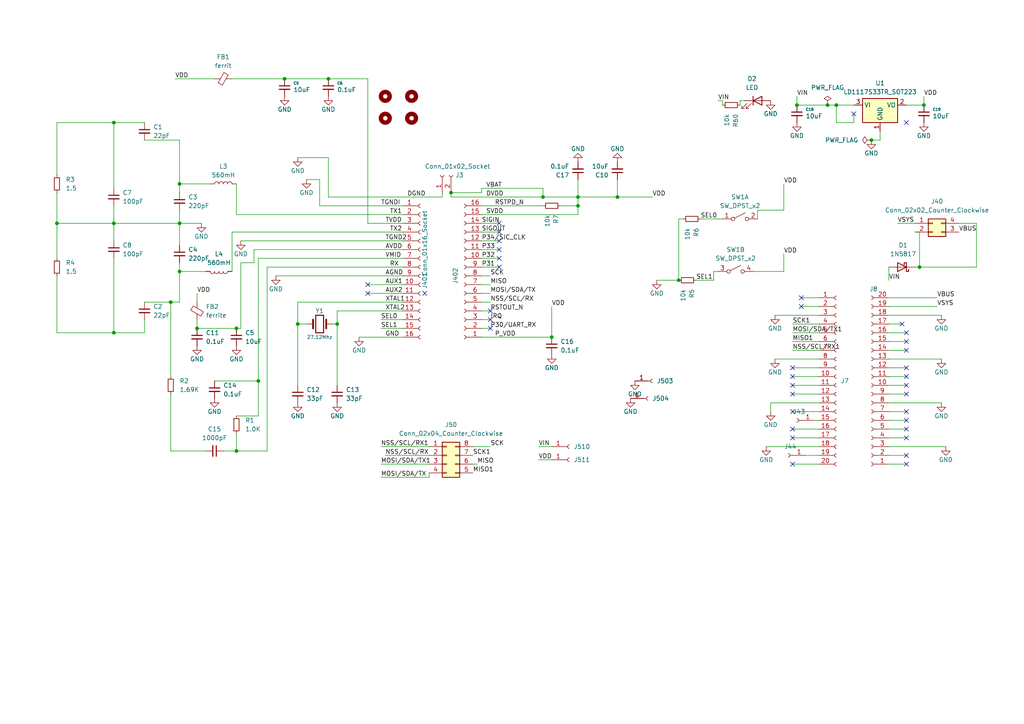
<source format=kicad_sch>
(kicad_sch (version 20230121) (generator eeschema)
  (paper "A4")
  (lib_symbols
    (symbol "Connector:Conn_01x01_Socket" (pin_names (offset 1.016) hide)
      (property "Reference" "J" (at 0 2.54 0))
      (property "Value" "Conn_01x01_Socket" (at 0 -2.54 0))
      (symbol "Conn_01x01_Socket_1_1"
        (pin passive line (at -5.08 0 0) (length 3.81) (name "Pin_1") (number "1"))
      )
    )
    (symbol "Connector:Conn_01x02_Socket" (pin_names (offset 1.016) hide)
      (property "Reference" "J" (at 0 2.54 0))
      (property "Value" "Conn_01x02_Socket" (at 0 -5.08 0))
      (symbol "Conn_01x02_Socket_1_1"
        (pin passive line (at -5.08 0 0) (length 3.81) (name "Pin_1") (number "1"))
        (pin passive line (at -5.08 -2.54 0) (length 3.81) (name "Pin_2") (number "2"))
      )
    )
    (symbol "Connector:Conn_01x16_Socket" (pin_names (offset 1.016) hide)
      (property "Reference" "J" (at 0 20.32 0))
      (property "Value" "Conn_01x16_Socket" (at 0 -22.86 0))
      (symbol "Conn_01x16_Socket_1_1"
        (pin passive line (at -5.08 17.78 0) (length 3.81) (name "Pin_1") (number "1"))
        (pin passive line (at -5.08 -5.08 0) (length 3.81) (name "Pin_10") (number "10"))
        (pin passive line (at -5.08 -7.62 0) (length 3.81) (name "Pin_11") (number "11"))
        (pin passive line (at -5.08 -10.16 0) (length 3.81) (name "Pin_12") (number "12"))
        (pin passive line (at -5.08 -12.7 0) (length 3.81) (name "Pin_13") (number "13"))
        (pin passive line (at -5.08 -15.24 0) (length 3.81) (name "Pin_14") (number "14"))
        (pin passive line (at -5.08 -17.78 0) (length 3.81) (name "Pin_15") (number "15"))
        (pin passive line (at -5.08 -20.32 0) (length 3.81) (name "Pin_16") (number "16"))
        (pin passive line (at -5.08 15.24 0) (length 3.81) (name "Pin_2") (number "2"))
        (pin passive line (at -5.08 12.7 0) (length 3.81) (name "Pin_3") (number "3"))
        (pin passive line (at -5.08 10.16 0) (length 3.81) (name "Pin_4") (number "4"))
        (pin passive line (at -5.08 7.62 0) (length 3.81) (name "Pin_5") (number "5"))
        (pin passive line (at -5.08 5.08 0) (length 3.81) (name "Pin_6") (number "6"))
        (pin passive line (at -5.08 2.54 0) (length 3.81) (name "Pin_7") (number "7"))
        (pin passive line (at -5.08 0 0) (length 3.81) (name "Pin_8") (number "8"))
        (pin passive line (at -5.08 -2.54 0) (length 3.81) (name "Pin_9") (number "9"))
      )
    )
    (symbol "Connector:Conn_01x20_Socket" (pin_names (offset 1.016) hide)
      (property "Reference" "J" (at 0 25.4 0))
      (property "Value" "Conn_01x20_Socket" (at 0 -27.94 0))
      (symbol "Conn_01x20_Socket_1_1"
        (pin passive line (at -5.08 22.86 0) (length 3.81) (name "Pin_1") (number "1"))
        (pin passive line (at -5.08 0 0) (length 3.81) (name "Pin_10") (number "10"))
        (pin passive line (at -5.08 -2.54 0) (length 3.81) (name "Pin_11") (number "11"))
        (pin passive line (at -5.08 -5.08 0) (length 3.81) (name "Pin_12") (number "12"))
        (pin passive line (at -5.08 -7.62 0) (length 3.81) (name "Pin_13") (number "13"))
        (pin passive line (at -5.08 -10.16 0) (length 3.81) (name "Pin_14") (number "14"))
        (pin passive line (at -5.08 -12.7 0) (length 3.81) (name "Pin_15") (number "15"))
        (pin passive line (at -5.08 -15.24 0) (length 3.81) (name "Pin_16") (number "16"))
        (pin passive line (at -5.08 -17.78 0) (length 3.81) (name "Pin_17") (number "17"))
        (pin passive line (at -5.08 -20.32 0) (length 3.81) (name "Pin_18") (number "18"))
        (pin passive line (at -5.08 -22.86 0) (length 3.81) (name "Pin_19") (number "19"))
        (pin passive line (at -5.08 20.32 0) (length 3.81) (name "Pin_2") (number "2"))
        (pin passive line (at -5.08 -25.4 0) (length 3.81) (name "Pin_20") (number "20"))
        (pin passive line (at -5.08 17.78 0) (length 3.81) (name "Pin_3") (number "3"))
        (pin passive line (at -5.08 15.24 0) (length 3.81) (name "Pin_4") (number "4"))
        (pin passive line (at -5.08 12.7 0) (length 3.81) (name "Pin_5") (number "5"))
        (pin passive line (at -5.08 10.16 0) (length 3.81) (name "Pin_6") (number "6"))
        (pin passive line (at -5.08 7.62 0) (length 3.81) (name "Pin_7") (number "7"))
        (pin passive line (at -5.08 5.08 0) (length 3.81) (name "Pin_8") (number "8"))
        (pin passive line (at -5.08 2.54 0) (length 3.81) (name "Pin_9") (number "9"))
      )
    )
    (symbol "Connector_Generic:Conn_02x02_Counter_Clockwise" (pin_names (offset 1.016) hide)
      (property "Reference" "J" (at 1.27 2.54 0))
      (property "Value" "Conn_02x02_Counter_Clockwise" (at 1.27 -5.08 0))
      (symbol "Conn_02x02_Counter_Clockwise_1_1"
        (pin passive line (at -5.08 0 0) (length 3.81) (name "Pin_1") (number "1"))
        (pin passive line (at -5.08 -2.54 0) (length 3.81) (name "Pin_2") (number "2"))
        (pin passive line (at 7.62 -2.54 180) (length 3.81) (name "Pin_3") (number "3"))
        (pin passive line (at 7.62 0 180) (length 3.81) (name "Pin_4") (number "4"))
      )
    )
    (symbol "Connector_Generic:Conn_02x04_Counter_Clockwise" (pin_names (offset 1.016) hide)
      (property "Reference" "J" (at 1.27 5.08 0))
      (property "Value" "Conn_02x04_Counter_Clockwise" (at 1.27 -7.62 0))
      (symbol "Conn_02x04_Counter_Clockwise_1_1"
        (pin passive line (at -5.08 2.54 0) (length 3.81) (name "Pin_1") (number "1"))
        (pin passive line (at -5.08 0 0) (length 3.81) (name "Pin_2") (number "2"))
        (pin passive line (at -5.08 -2.54 0) (length 3.81) (name "Pin_3") (number "3"))
        (pin passive line (at -5.08 -5.08 0) (length 3.81) (name "Pin_4") (number "4"))
        (pin passive line (at 7.62 -5.08 180) (length 3.81) (name "Pin_5") (number "5"))
        (pin passive line (at 7.62 -2.54 180) (length 3.81) (name "Pin_6") (number "6"))
        (pin passive line (at 7.62 0 180) (length 3.81) (name "Pin_7") (number "7"))
        (pin passive line (at 7.62 2.54 180) (length 3.81) (name "Pin_8") (number "8"))
      )
    )
    (symbol "Device:C_Small" (pin_numbers hide) (pin_names (offset 0.254) hide)
      (property "Reference" "C" (at 0.254 1.778 0))
      (property "Value" "C_Small" (at 0.254 -2.032 0))
      (symbol "C_Small_1_1"
        (pin passive line (at 0 2.54 270) (length 2.032) (name "~") (number "1"))
        (pin passive line (at 0 -2.54 90) (length 2.032) (name "~") (number "2"))
      )
    )
    (symbol "Device:Crystal" (pin_numbers hide) (pin_names (offset 1.016) hide)
      (property "Reference" "Y" (at 0 3.81 0))
      (property "Value" "Crystal" (at 0 -3.81 0))
      (symbol "Crystal_1_1"
        (pin passive line (at -3.81 0 0) (length 1.27) (name "1") (number "1"))
        (pin passive line (at 3.81 0 180) (length 1.27) (name "2") (number "2"))
      )
    )
    (symbol "Device:FerriteBead_Small" (pin_numbers hide) (pin_names (offset 0))
      (property "Reference" "FB" (at 1.905 1.27 0))
      (property "Value" "FerriteBead_Small" (at 1.905 -1.27 0))
      (symbol "FerriteBead_Small_1_1"
        (pin passive line (at 0 2.54 270) (length 1.27) (name "~") (number "1"))
        (pin passive line (at 0 -2.54 90) (length 1.27) (name "~") (number "2"))
      )
    )
    (symbol "Device:L" (pin_numbers hide) (pin_names (offset 1.016) hide)
      (property "Reference" "L" (at -1.27 0 90))
      (property "Value" "L" (at 1.905 0 90))
      (symbol "L_1_1"
        (pin passive line (at 0 3.81 270) (length 1.27) (name "1") (number "1"))
        (pin passive line (at 0 -3.81 90) (length 1.27) (name "2") (number "2"))
      )
    )
    (symbol "Device:LED" (pin_numbers hide) (pin_names (offset 1.016) hide)
      (property "Reference" "D" (at 0 2.54 0))
      (property "Value" "LED" (at 0 -2.54 0))
      (symbol "LED_1_1"
        (pin passive line (at -3.81 0 0) (length 2.54) (name "K") (number "1"))
        (pin passive line (at 3.81 0 180) (length 2.54) (name "A") (number "2"))
      )
    )
    (symbol "Device:R_Small" (pin_numbers hide) (pin_names (offset 0.254) hide)
      (property "Reference" "R" (at 0.762 0.508 0))
      (property "Value" "R_Small" (at 0.762 -1.016 0))
      (symbol "R_Small_1_1"
        (pin passive line (at 0 2.54 270) (length 0.762) (name "~") (number "1"))
        (pin passive line (at 0 -2.54 90) (length 0.762) (name "~") (number "2"))
      )
    )
    (symbol "Diode:1N5817" (pin_numbers hide) (pin_names (offset 1.016) hide)
      (property "Reference" "D" (at 0 2.54 0))
      (property "Value" "1N5817" (at 0 -2.54 0))
      (symbol "1N5817_1_1"
        (pin passive line (at -3.81 0 0) (length 2.54) (name "K") (number "1"))
        (pin passive line (at 3.81 0 180) (length 2.54) (name "A") (number "2"))
      )
    )
    (symbol "Mechanical:MountingHole" (pin_names (offset 1.016))
      (property "Reference" "H" (at 0 5.08 0))
      (property "Value" "MountingHole" (at 0 3.175 0))
    )
    (symbol "Regulator_Linear:LD1117S33TR_SOT223"
      (property "Reference" "U" (at -3.81 3.175 0))
      (property "Value" "LD1117S33TR_SOT223" (at 0 3.175 0))
      (symbol "LD1117S33TR_SOT223_1_1"
        (pin power_in line (at 0 -7.62 90) (length 2.54) (name "GND") (number "1"))
        (pin power_out line (at 7.62 0 180) (length 2.54) (name "VO") (number "2"))
        (pin power_in line (at -7.62 0 0) (length 2.54) (name "VI") (number "3"))
      )
    )
    (symbol "Switch:SW_DPST_x2" (pin_names (offset 0) hide)
      (property "Reference" "SW" (at 0 3.175 0))
      (property "Value" "SW_DPST_x2" (at 0 -2.54 0))
      (symbol "SW_DPST_x2_1_1"
        (pin passive line (at -5.08 0 0) (length 2.54) (name "A") (number "1"))
        (pin passive line (at 5.08 0 180) (length 2.54) (name "B") (number "2"))
      )
      (symbol "SW_DPST_x2_2_1"
        (pin passive line (at -5.08 0 0) (length 2.54) (name "A") (number "3"))
        (pin passive line (at 5.08 0 180) (length 2.54) (name "B") (number "4"))
      )
    )
    (symbol "power:GND" (power) (pin_names (offset 0))
      (property "Value" "GND" (at 0 -3.81 0))
      (symbol "GND_1_1"
        (pin power_in line (at 0 0 270) (length 0) hide (name "GND") (number "1"))
      )
    )
    (symbol "power:PWR_FLAG" (power) (pin_numbers hide) (pin_names (offset 0) hide)
      (property "Value" "PWR_FLAG" (at 0 3.81 0))
      (symbol "PWR_FLAG_0_0"
        (pin power_out line (at 0 0 90) (length 0) (name "pwr") (number "1"))
      )
    )
  )
  (junction (at 33.02 96.52))
  (junction (at 74.93 110.49))
  (junction (at 86.36 93.98))
  (junction (at 95.25 22.86))
  (junction (at 231.14 30.48))
  (junction (at 68.58 130.81))
  (junction (at 57.15 95.25))
  (junction (at 16.51 64.77))
  (junction (at 167.64 59.69))
  (junction (at 242.57 30.48))
  (junction (at 52.07 78.74))
  (junction (at 252.73 40.64))
  (junction (at 196.85 81.28))
  (junction (at 130.81 55.88))
  (junction (at 97.79 93.98))
  (junction (at 49.53 87.63))
  (junction (at 266.7 77.47))
  (junction (at 68.58 95.25))
  (junction (at 52.07 64.77))
  (junction (at 33.02 64.77))
  (junction (at 82.55 22.86))
  (junction (at 52.07 53.34))
  (junction (at 240.03 30.48))
  (junction (at 33.02 35.56))
  (junction (at 267.97 30.48))
  (junction (at 179.07 57.15))
  (junction (at 157.48 57.15))
  (junction (at 160.02 97.79))
  (junction (at 167.64 57.15))
  (no_connect (at 123.19 85.09))
  (no_connect (at 232.41 88.9))
  (no_connect (at 144.78 74.93))
  (no_connect (at 262.89 35.56))
  (no_connect (at 262.89 134.62))
  (no_connect (at 229.87 111.76))
  (no_connect (at 229.87 119.38))
  (no_connect (at 144.78 77.47))
  (no_connect (at 262.89 109.22))
  (no_connect (at 142.24 95.25))
  (no_connect (at 229.87 127))
  (no_connect (at 262.89 127))
  (no_connect (at 144.78 69.85))
  (no_connect (at 262.89 119.38))
  (no_connect (at 261.62 93.98))
  (no_connect (at 262.89 121.92))
  (no_connect (at 142.24 92.71))
  (no_connect (at 247.65 33.02))
  (no_connect (at 262.89 99.06))
  (no_connect (at 262.89 101.6))
  (no_connect (at 262.89 96.52))
  (no_connect (at 229.87 124.46))
  (no_connect (at 144.78 64.77))
  (no_connect (at 142.24 90.17))
  (no_connect (at 106.68 82.55))
  (no_connect (at 262.89 106.68))
  (no_connect (at 262.89 111.76))
  (no_connect (at 229.87 114.3))
  (no_connect (at 229.87 106.68))
  (no_connect (at 262.89 124.46))
  (no_connect (at 262.89 132.08))
  (no_connect (at 229.87 109.22))
  (no_connect (at 262.89 114.3))
  (no_connect (at 229.87 134.62))
  (no_connect (at 106.68 85.09))
  (no_connect (at 144.78 72.39))
  (no_connect (at 232.41 86.36))
  (no_connect (at 144.78 67.31))
  (wire (pts (xy 267.97 27.94) (xy 267.97 30.48)))
  (wire (pts (xy 67.31 67.31) (xy 116.84 67.31)))
  (wire (pts (xy 41.91 92.71) (xy 41.91 96.52)))
  (wire (pts (xy 240.03 30.48) (xy 242.57 30.48)))
  (wire (pts (xy 111.76 132.08) (xy 124.46 132.08)))
  (wire (pts (xy 198.12 63.5) (xy 196.85 63.5)))
  (wire (pts (xy 57.15 92.71) (xy 57.15 95.25)))
  (wire (pts (xy 265.43 67.31) (xy 266.7 67.31)))
  (wire (pts (xy 209.55 29.21) (xy 208.28 29.21)))
  (wire (pts (xy 257.81 93.98) (xy 261.62 93.98)))
  (wire (pts (xy 110.49 95.25) (xy 116.84 95.25)))
  (wire (pts (xy 229.87 111.76) (xy 237.49 111.76)))
  (wire (pts (xy 229.87 93.98) (xy 237.49 93.98)))
  (wire (pts (xy 128.27 57.15) (xy 95.25 57.15)))
  (wire (pts (xy 50.8 22.86) (xy 62.23 22.86)))
  (wire (pts (xy 130.81 55.88) (xy 139.7 55.88)))
  (wire (pts (xy 139.7 74.93) (xy 144.78 74.93)))
  (wire (pts (xy 209.55 30.48) (xy 209.55 29.21)))
  (wire (pts (xy 52.07 60.96) (xy 52.07 64.77)))
  (wire (pts (xy 106.68 82.55) (xy 116.84 82.55)))
  (wire (pts (xy 52.07 78.74) (xy 52.07 87.63)))
  (wire (pts (xy 229.87 106.68) (xy 237.49 106.68)))
  (wire (pts (xy 128.27 55.88) (xy 128.27 57.15)))
  (wire (pts (xy 57.15 95.25) (xy 68.58 95.25)))
  (wire (pts (xy 139.7 62.23) (xy 167.64 62.23)))
  (wire (pts (xy 257.81 96.52) (xy 262.89 96.52)))
  (wire (pts (xy 86.36 45.72) (xy 95.25 45.72)))
  (wire (pts (xy 167.64 59.69) (xy 162.56 59.69)))
  (wire (pts (xy 157.48 54.61) (xy 157.48 57.15)))
  (wire (pts (xy 257.81 91.44) (xy 273.05 91.44)))
  (wire (pts (xy 137.16 134.62) (xy 138.43 134.62)))
  (wire (pts (xy 73.66 72.39) (xy 116.84 72.39)))
  (wire (pts (xy 242.57 30.48) (xy 247.65 30.48)))
  (wire (pts (xy 157.48 57.15) (xy 167.64 57.15)))
  (wire (pts (xy 257.81 88.9) (xy 271.78 88.9)))
  (wire (pts (xy 88.9 93.98) (xy 86.36 93.98)))
  (wire (pts (xy 257.81 121.92) (xy 262.89 121.92)))
  (wire (pts (xy 110.49 134.62) (xy 124.46 134.62)))
  (wire (pts (xy 69.85 69.85) (xy 116.84 69.85)))
  (wire (pts (xy 218.44 78.74) (xy 227.33 78.74)))
  (wire (pts (xy 232.41 86.36) (xy 237.49 86.36)))
  (wire (pts (xy 41.91 40.64) (xy 52.07 40.64)))
  (wire (pts (xy 156.21 133.35) (xy 160.02 133.35)))
  (wire (pts (xy 247.65 35.56) (xy 247.65 33.02)))
  (wire (pts (xy 106.68 85.09) (xy 116.84 85.09)))
  (wire (pts (xy 229.87 99.06) (xy 237.49 99.06)))
  (wire (pts (xy 203.2 63.5) (xy 209.55 63.5)))
  (wire (pts (xy 69.85 76.2) (xy 69.85 95.25)))
  (wire (pts (xy 106.68 22.86) (xy 106.68 64.77)))
  (wire (pts (xy 139.7 80.01) (xy 142.24 80.01)))
  (wire (pts (xy 219.71 60.96) (xy 227.33 60.96)))
  (wire (pts (xy 33.02 96.52) (xy 33.02 74.93)))
  (wire (pts (xy 257.81 111.76) (xy 262.89 111.76)))
  (wire (pts (xy 179.07 52.07) (xy 179.07 57.15)))
  (wire (pts (xy 73.66 72.39) (xy 73.66 76.2)))
  (wire (pts (xy 224.79 104.14) (xy 237.49 104.14)))
  (wire (pts (xy 139.7 54.61) (xy 157.48 54.61)))
  (wire (pts (xy 97.79 93.98) (xy 96.52 93.98)))
  (wire (pts (xy 124.46 138.43) (xy 124.46 137.16)))
  (wire (pts (xy 207.01 81.28) (xy 201.93 81.28)))
  (wire (pts (xy 110.49 129.54) (xy 124.46 129.54)))
  (wire (pts (xy 139.7 87.63) (xy 142.24 87.63)))
  (wire (pts (xy 74.93 120.65) (xy 74.93 110.49)))
  (wire (pts (xy 231.14 27.94) (xy 231.14 30.48)))
  (wire (pts (xy 232.41 88.9) (xy 237.49 88.9)))
  (wire (pts (xy 68.58 130.81) (xy 77.47 130.81)))
  (wire (pts (xy 82.55 22.86) (xy 95.25 22.86)))
  (wire (pts (xy 229.87 114.3) (xy 237.49 114.3)))
  (wire (pts (xy 227.33 53.34) (xy 227.33 60.96)))
  (wire (pts (xy 266.7 67.31) (xy 266.7 77.47)))
  (wire (pts (xy 156.21 129.54) (xy 160.02 129.54)))
  (wire (pts (xy 215.9 29.21) (xy 214.63 29.21)))
  (wire (pts (xy 252.73 40.64) (xy 255.27 40.64)))
  (wire (pts (xy 257.81 99.06) (xy 262.89 99.06)))
  (wire (pts (xy 52.07 64.77) (xy 58.42 64.77)))
  (wire (pts (xy 260.35 64.77) (xy 265.43 64.77)))
  (wire (pts (xy 33.02 64.77) (xy 33.02 69.85)))
  (wire (pts (xy 167.64 52.07) (xy 167.64 57.15)))
  (wire (pts (xy 223.52 116.84) (xy 223.52 119.38)))
  (wire (pts (xy 86.36 87.63) (xy 86.36 93.98)))
  (wire (pts (xy 77.47 77.47) (xy 116.84 77.47)))
  (wire (pts (xy 257.81 77.47) (xy 257.81 81.28)))
  (wire (pts (xy 86.36 87.63) (xy 116.84 87.63)))
  (wire (pts (xy 196.85 63.5) (xy 196.85 81.28)))
  (wire (pts (xy 229.87 119.38) (xy 237.49 119.38)))
  (wire (pts (xy 139.7 77.47) (xy 144.78 77.47)))
  (wire (pts (xy 97.79 111.76) (xy 97.79 93.98)))
  (wire (pts (xy 139.7 95.25) (xy 142.24 95.25)))
  (wire (pts (xy 68.58 130.81) (xy 64.77 130.81)))
  (wire (pts (xy 49.53 87.63) (xy 49.53 109.22)))
  (wire (pts (xy 257.81 114.3) (xy 262.89 114.3)))
  (wire (pts (xy 229.87 109.22) (xy 237.49 109.22)))
  (wire (pts (xy 59.69 130.81) (xy 49.53 130.81)))
  (wire (pts (xy 33.02 64.77) (xy 52.07 64.77)))
  (wire (pts (xy 73.66 76.2) (xy 69.85 76.2)))
  (wire (pts (xy 139.7 72.39) (xy 144.78 72.39)))
  (wire (pts (xy 219.71 60.96) (xy 219.71 63.5)))
  (wire (pts (xy 223.52 116.84) (xy 237.49 116.84)))
  (wire (pts (xy 233.68 132.08) (xy 237.49 132.08)))
  (wire (pts (xy 92.71 59.69) (xy 116.84 59.69)))
  (wire (pts (xy 242.57 35.56) (xy 247.65 35.56)))
  (wire (pts (xy 222.25 129.54) (xy 237.49 129.54)))
  (wire (pts (xy 16.51 96.52) (xy 33.02 96.52)))
  (wire (pts (xy 104.14 97.79) (xy 116.84 97.79)))
  (wire (pts (xy 139.7 59.69) (xy 157.48 59.69)))
  (wire (pts (xy 74.93 110.49) (xy 62.23 110.49)))
  (wire (pts (xy 41.91 35.56) (xy 33.02 35.56)))
  (wire (pts (xy 130.81 57.15) (xy 130.81 55.88)))
  (wire (pts (xy 227.33 73.66) (xy 227.33 78.74)))
  (wire (pts (xy 130.81 57.15) (xy 157.48 57.15)))
  (wire (pts (xy 207.01 78.74) (xy 207.01 81.28)))
  (wire (pts (xy 257.81 124.46) (xy 262.89 124.46)))
  (wire (pts (xy 255.27 38.1) (xy 255.27 40.64)))
  (wire (pts (xy 68.58 62.23) (xy 116.84 62.23)))
  (wire (pts (xy 95.25 22.86) (xy 106.68 22.86)))
  (wire (pts (xy 257.81 106.68) (xy 262.89 106.68)))
  (wire (pts (xy 97.79 93.98) (xy 97.79 90.17)))
  (wire (pts (xy 139.7 64.77) (xy 144.78 64.77)))
  (wire (pts (xy 257.81 129.54) (xy 274.32 129.54)))
  (wire (pts (xy 52.07 40.64) (xy 52.07 53.34)))
  (wire (pts (xy 68.58 53.34) (xy 68.58 62.23)))
  (wire (pts (xy 68.58 125.73) (xy 68.58 130.81)))
  (wire (pts (xy 229.87 101.6) (xy 237.49 101.6)))
  (wire (pts (xy 139.7 97.79) (xy 160.02 97.79)))
  (wire (pts (xy 214.63 29.21) (xy 214.63 30.48)))
  (wire (pts (xy 257.81 134.62) (xy 262.89 134.62)))
  (wire (pts (xy 167.64 57.15) (xy 179.07 57.15)))
  (wire (pts (xy 52.07 53.34) (xy 52.07 55.88)))
  (wire (pts (xy 67.31 22.86) (xy 82.55 22.86)))
  (wire (pts (xy 278.13 64.77) (xy 283.21 64.77)))
  (wire (pts (xy 110.49 92.71) (xy 116.84 92.71)))
  (wire (pts (xy 229.87 134.62) (xy 237.49 134.62)))
  (wire (pts (xy 283.21 64.77) (xy 283.21 77.47)))
  (wire (pts (xy 236.22 121.92) (xy 237.49 121.92)))
  (wire (pts (xy 67.31 78.74) (xy 67.31 67.31)))
  (wire (pts (xy 52.07 78.74) (xy 59.69 78.74)))
  (wire (pts (xy 52.07 76.2) (xy 52.07 78.74)))
  (wire (pts (xy 68.58 120.65) (xy 74.93 120.65)))
  (wire (pts (xy 16.51 50.8) (xy 16.51 35.56)))
  (wire (pts (xy 139.7 67.31) (xy 144.78 67.31)))
  (wire (pts (xy 257.81 119.38) (xy 262.89 119.38)))
  (wire (pts (xy 139.7 90.17) (xy 142.24 90.17)))
  (wire (pts (xy 139.7 69.85) (xy 144.78 69.85)))
  (wire (pts (xy 74.93 74.93) (xy 74.93 110.49)))
  (wire (pts (xy 16.51 80.01) (xy 16.51 96.52)))
  (wire (pts (xy 257.81 127) (xy 262.89 127)))
  (wire (pts (xy 86.36 93.98) (xy 86.36 111.76)))
  (wire (pts (xy 41.91 87.63) (xy 49.53 87.63)))
  (wire (pts (xy 257.81 101.6) (xy 262.89 101.6)))
  (wire (pts (xy 283.21 77.47) (xy 266.7 77.47)))
  (wire (pts (xy 77.47 77.47) (xy 77.47 130.81)))
  (wire (pts (xy 116.84 64.77) (xy 106.68 64.77)))
  (wire (pts (xy 49.53 87.63) (xy 52.07 87.63)))
  (wire (pts (xy 52.07 64.77) (xy 52.07 71.12)))
  (wire (pts (xy 257.81 104.14) (xy 273.05 104.14)))
  (wire (pts (xy 179.07 57.15) (xy 189.23 57.15)))
  (wire (pts (xy 16.51 55.88) (xy 16.51 64.77)))
  (wire (pts (xy 229.87 96.52) (xy 237.49 96.52)))
  (wire (pts (xy 207.01 78.74) (xy 208.28 78.74)))
  (wire (pts (xy 139.7 82.55) (xy 142.24 82.55)))
  (wire (pts (xy 257.81 132.08) (xy 262.89 132.08)))
  (wire (pts (xy 16.51 64.77) (xy 33.02 64.77)))
  (wire (pts (xy 262.89 30.48) (xy 267.97 30.48)))
  (wire (pts (xy 160.02 88.9) (xy 160.02 97.79)))
  (wire (pts (xy 139.7 54.61) (xy 139.7 55.88)))
  (wire (pts (xy 224.79 91.44) (xy 237.49 91.44)))
  (wire (pts (xy 167.64 57.15) (xy 167.64 59.69)))
  (wire (pts (xy 41.91 96.52) (xy 33.02 96.52)))
  (wire (pts (xy 33.02 59.69) (xy 33.02 64.77)))
  (wire (pts (xy 60.96 53.34) (xy 52.07 53.34)))
  (wire (pts (xy 57.15 85.09) (xy 57.15 87.63)))
  (wire (pts (xy 139.7 92.71) (xy 142.24 92.71)))
  (wire (pts (xy 49.53 130.81) (xy 49.53 114.3)))
  (wire (pts (xy 74.93 74.93) (xy 116.84 74.93)))
  (wire (pts (xy 242.57 30.48) (xy 242.57 35.56)))
  (wire (pts (xy 229.87 124.46) (xy 237.49 124.46)))
  (wire (pts (xy 97.79 90.17) (xy 116.84 90.17)))
  (wire (pts (xy 88.9 52.07) (xy 92.71 52.07)))
  (wire (pts (xy 231.14 30.48) (xy 240.03 30.48)))
  (wire (pts (xy 167.64 62.23) (xy 167.64 59.69)))
  (wire (pts (xy 142.24 129.54) (xy 137.16 129.54)))
  (wire (pts (xy 68.58 95.25) (xy 69.85 95.25)))
  (wire (pts (xy 16.51 35.56) (xy 33.02 35.56)))
  (wire (pts (xy 229.87 127) (xy 237.49 127)))
  (wire (pts (xy 139.7 85.09) (xy 142.24 85.09)))
  (wire (pts (xy 95.25 45.72) (xy 95.25 57.15)))
  (wire (pts (xy 80.01 80.01) (xy 116.84 80.01)))
  (wire (pts (xy 33.02 35.56) (xy 33.02 54.61)))
  (wire (pts (xy 257.81 86.36) (xy 271.78 86.36)))
  (wire (pts (xy 16.51 64.77) (xy 16.51 74.93)))
  (wire (pts (xy 110.49 138.43) (xy 124.46 138.43)))
  (wire (pts (xy 257.81 116.84) (xy 273.05 116.84)))
  (wire (pts (xy 257.81 109.22) (xy 262.89 109.22)))
  (wire (pts (xy 92.71 52.07) (xy 92.71 59.69)))
  (wire (pts (xy 190.5 81.28) (xy 196.85 81.28)))
  (wire (pts (xy 265.43 77.47) (xy 266.7 77.47)))
  (label "VSYS" (at 260.35 64.77 0))
  (label "DGND" (at 118.11 57.15 0))
  (label "SEL0" (at 203.2 63.5 0))
  (label "GND" (at 111.76 97.79 0))
  (label "VDD" (at 227.33 73.66 0))
  (label "P32" (at 139.7 74.93 0))
  (label "MOSI{slash}SDA{slash}TX" (at 110.49 138.43 0))
  (label "TGNDI" (at 110.49 59.69 0))
  (label "SCK1" (at 137.16 132.08 0))
  (label "AVDD" (at 111.76 72.39 0))
  (label "AUX2" (at 111.76 85.09 0))
  (label "TGND2" (at 111.76 69.85 0))
  (label "P33" (at 139.7 72.39 0))
  (label "SCK" (at 142.24 129.54 0))
  (label "NSS{slash}SCL{slash}RX1" (at 110.49 129.54 0))
  (label "TX1" (at 113.03 62.23 0))
  (label "NSS{slash}SCL{slash}RX1" (at 229.87 101.6 0))
  (label "VDD" (at 227.33 53.34 0))
  (label "VBUS" (at 278.13 67.31 0))
  (label "AUX1" (at 111.76 82.55 0))
  (label "NSS{slash}SCL{slash}RX" (at 111.76 132.08 0))
  (label "P_VDD" (at 143.51 97.79 0))
  (label "P34{slash}SIC_CLK" (at 139.7 69.85 0))
  (label "P31" (at 139.7 77.47 0))
  (label "VMID" (at 111.76 74.93 0))
  (label "RX" (at 113.03 77.47 0))
  (label "SEL1" (at 110.49 95.25 0))
  (label "XTAL2" (at 111.76 90.17 0))
  (label "MOSI{slash}SDA{slash}TX1" (at 229.87 96.52 0))
  (label "SVDD" (at 140.97 62.23 0))
  (label "VSYS" (at 271.78 88.9 0))
  (label "MISO" (at 138.43 134.62 0))
  (label "MISO1" (at 229.87 99.06 0))
  (label "VDD" (at 50.8 22.86 0))
  (label "SCK1" (at 229.87 93.98 0))
  (label "VDD" (at 156.21 133.35 0))
  (label "VDD" (at 160.02 88.9 0))
  (label "TX2" (at 113.03 67.31 0))
  (label "VIN" (at 231.14 27.94 0))
  (label "P30{slash}UART_RX" (at 142.24 95.25 0))
  (label "VIN" (at 208.28 29.21 0))
  (label "SIGOUT" (at 139.7 67.31 0))
  (label "MISO" (at 142.24 82.55 0))
  (label "AGND" (at 111.76 80.01 0))
  (label "RSTOUT_N" (at 142.24 90.17 0))
  (label "IRQ" (at 142.24 92.71 0))
  (label "SCK" (at 142.24 80.01 0))
  (label "MOSI{slash}SDA{slash}TX" (at 142.24 85.09 0))
  (label "VDD" (at 189.23 57.15 0))
  (label "MISO1" (at 137.16 137.16 0))
  (label "XTAL1" (at 111.76 87.63 0))
  (label "VBAT" (at 140.97 54.61 0))
  (label "NSS{slash}SCL{slash}RX" (at 142.24 87.63 0))
  (label "DVDD" (at 140.97 57.15 0))
  (label "VIN" (at 257.81 81.28 0))
  (label "SEL0" (at 110.49 92.71 0))
  (label "VDD" (at 57.15 85.09 0))
  (label "VIN" (at 156.21 129.54 0))
  (label "SIGIN" (at 139.7 64.77 0))
  (label "MOSI{slash}SDA{slash}TX1" (at 110.49 134.62 0))
  (label "SEL1" (at 201.93 81.28 0))
  (label "VBUS" (at 271.78 86.36 0))
  (label "VDD" (at 267.97 27.94 0))
  (label "RSTPD_N" (at 143.51 59.69 0))
  (label "TVDD" (at 111.76 64.77 0))
  (symbol (lib_id "Connector:Conn_01x20_Socket") (at 242.57 109.22 0) (unit 1)
    (property "Reference" "J7" (at 243.84 110.49 0) (effects (justify left)))
    (property "Value" "Conn_01x20_Socket" (effects hide))
    (property "Footprint" "Connector_PinSocket_2.54mm:PinSocket_1x20_P2.54mm_Vertical" (effects hide))
  )
  (symbol (lib_id "power:GND") (at 273.05 116.84 0) (unit 1)
    (property "Reference" "#PWR027" (effects hide))
    (property "Value" "GND" (at 273.05 120.65 0))
  )
  (symbol (lib_id "power:GND") (at 190.5 81.28 0) (unit 1)
    (property "Reference" "#PWR023" (effects hide))
    (property "Value" "GND" (at 190.5 85.09 0))
  )
  (symbol (lib_id "Device:R_Small") (at 16.51 53.34 0) (unit 1)
    (property "Reference" "R3" (at 19.05 52.07 0) (effects (justify left)))
    (property "Value" "1.5" (at 19.05 54.61 0) (effects (justify left)))
    (property "Footprint" "Resistor_SMD:R_1206_3216Metric_Pad1.30x1.75mm_HandSolder" (effects hide))
  )
  (symbol (lib_id "Device:R_Small") (at 16.51 77.47 0) (unit 1)
    (property "Reference" "R4" (at 19.05 76.2 0) (effects (justify left)))
    (property "Value" "1.5" (at 19.05 78.74 0) (effects (justify left)))
    (property "Footprint" "Resistor_SMD:R_1206_3216Metric_Pad1.30x1.75mm_HandSolder" (effects hide))
  )
  (symbol (lib_id "power:GND") (at 184.15 110.49 0) (unit 1)
    (property "Reference" "#PWR030" (effects hide))
    (property "Value" "GND" (at 184.15 114.3 0))
  )
  (symbol (lib_id "Device:R_Small") (at 200.66 63.5 270) (unit 1)
    (property "Reference" "R6" (at 201.93 66.04 0) (effects (justify left)))
    (property "Value" "10k" (at 199.39 66.04 0) (effects (justify left)))
    (property "Footprint" "Resistor_SMD:R_0805_2012Metric_Pad1.20x1.40mm_HandSolder" (effects hide))
  )
  (symbol (lib_id "Device:L") (at 64.77 53.34 90) (unit 1)
    (property "Reference" "L3" (at 64.77 48.26 90))
    (property "Value" "560mH" (at 64.77 50.8 90))
    (property "Footprint" "Inductor_SMD:L_0603_1608Metric_Pad1.05x0.95mm_HandSolder" (effects hide))
  )
  (symbol (lib_id "Device:Crystal") (at 92.71 93.98 0) (unit 1)
    (property "Reference" "Y1" (at 92.71 90.17 0))
    (property "Value" "27.12Mhz" (at 92.71 97.79 0) (effects (font (size 1.016 1.016))))
    (property "Footprint" "Crystal:Crystal_HC49-U_Vertical" (effects hide))
  )
  (symbol (lib_id "power:GND") (at 231.14 35.56 0) (unit 1)
    (property "Reference" "#PWR017" (effects hide))
    (property "Value" "GND" (at 231.14 39.37 0))
  )
  (symbol (lib_id "power:GND") (at 62.23 115.57 0) (unit 1)
    (property "Reference" "#PWR09" (effects hide))
    (property "Value" "GND" (at 62.23 119.38 0))
  )
  (symbol (lib_id "power:GND") (at 223.52 29.21 0) (unit 1)
    (property "Reference" "#PWR020" (effects hide))
    (property "Value" "GND" (at 223.52 33.02 0))
  )
  (symbol (lib_id "Device:R_Small") (at 49.53 111.76 0) (unit 1)
    (property "Reference" "R2" (at 52.07 110.49 0) (effects (justify left)))
    (property "Value" "1.69K" (at 52.07 113.03 0) (effects (justify left)))
    (property "Footprint" "Resistor_SMD:R_1206_3216Metric_Pad1.30x1.75mm_HandSolder" (effects hide))
  )
  (symbol (lib_id "power:GND") (at 273.05 104.14 0) (unit 1)
    (property "Reference" "#PWR028" (effects hide))
    (property "Value" "GND" (at 273.05 107.95 0))
  )
  (symbol (lib_id "Device:C_Small") (at 95.25 25.4 0) (unit 1)
    (property "Reference" "C6" (at 97.79 24.1362 0) (effects (font (size 0.762 0.762)) (justify left)))
    (property "Value" "0.1uF" (at 97.79 26.0413 0) (effects (justify left)))
    (property "Footprint" "Capacitor_SMD:C_1206_3216Metric_Pad1.33x1.80mm_HandSolder" (effects hide))
  )
  (symbol (lib_id "Device:C_Small") (at 52.07 73.66 0) (unit 1)
    (property "Reference" "C4" (at 54.61 72.3963 0) (effects (justify left)))
    (property "Value" "220pF" (at 54.61 74.9363 0) (effects (justify left)))
    (property "Footprint" "Capacitor_SMD:C_1206_3216Metric_Pad1.33x1.80mm_HandSolder" (effects hide))
  )
  (symbol (lib_id "power:GND") (at 267.97 35.56 0) (unit 1)
    (property "Reference" "#PWR019" (effects hide))
    (property "Value" "GND" (at 267.97 39.37 0))
  )
  (symbol (lib_id "Device:C_Small") (at 68.58 97.79 0) (unit 1)
    (property "Reference" "C5" (at 71.12 96.5263 0) (effects (justify left)))
    (property "Value" "10uF" (at 71.12 99.0663 0) (effects (justify left)))
    (property "Footprint" "Capacitor_SMD:C_1206_3216Metric_Pad1.33x1.80mm_HandSolder" (effects hide))
  )
  (symbol (lib_id "power:GND") (at 69.85 69.85 0) (unit 1)
    (property "Reference" "#PWR06" (effects hide))
    (property "Value" "GND" (at 69.85 73.66 0))
  )
  (symbol (lib_id "power:GND") (at 182.88 115.57 0) (unit 1)
    (property "Reference" "#PWR031" (effects hide))
    (property "Value" "GND" (at 182.88 119.38 0))
  )
  (symbol (lib_id "Connector:Conn_01x01_Socket") (at 228.6 132.08 180) (unit 1)
    (property "Reference" "J44" (at 229.235 129.54 0))
    (property "Value" "Conn_01x01_Socket" (effects hide))
    (property "Footprint" "Connector_PinSocket_2.54mm:PinSocket_1x01_P2.54mm_Vertical" (effects hide))
  )
  (symbol (lib_id "Device:C_Small") (at 86.36 114.3 0) (unit 1)
    (property "Reference" "C12" (at 88.9 113.0363 0) (effects (justify left)))
    (property "Value" "33pF" (at 88.9 115.5763 0) (effects (justify left)))
    (property "Footprint" "Capacitor_SMD:C_1206_3216Metric_Pad1.33x1.80mm_HandSolder" (effects hide))
  )
  (symbol (lib_id "Device:C_Small") (at 160.02 100.33 0) (unit 1)
    (property "Reference" "C16" (at 162.56 99.0663 0) (effects (justify left)))
    (property "Value" "0.1uF" (at 162.56 101.6063 0) (effects (justify left)))
    (property "Footprint" "Capacitor_SMD:C_1206_3216Metric_Pad1.33x1.80mm_HandSolder" (effects hide))
  )
  (symbol (lib_id "power:PWR_FLAG") (at 252.73 40.64 90) (unit 1)
    (property "Reference" "#FLG02" (effects hide))
    (property "Value" "PWR_FLAG" (at 248.92 40.64 90) (effects (justify left)))
  )
  (symbol (lib_id "Device:FerriteBead_Small") (at 57.15 90.17 180) (unit 1)
    (property "Reference" "FB2" (at 59.69 88.9381 0) (effects (justify right)))
    (property "Value" "ferrite" (at 59.69 91.4781 0) (effects (justify right)))
    (property "Footprint" "Inductor_SMD:L_0805_2012Metric_Pad1.05x1.20mm_HandSolder" (effects hide))
  )
  (symbol (lib_id "power:GND") (at 88.9 52.07 0) (unit 1)
    (property "Reference" "#PWR02" (effects hide))
    (property "Value" "GND" (at 88.9 55.88 0))
  )
  (symbol (lib_id "Device:C_Small") (at 231.14 33.02 0) (unit 1)
    (property "Reference" "C18" (at 233.68 31.7562 0) (effects (font (size 0.762 0.762)) (justify left)))
    (property "Value" "10uF" (at 233.68 33.6613 0) (effects (justify left)))
    (property "Footprint" "Capacitor_SMD:C_1206_3216Metric_Pad1.33x1.80mm_HandSolder" (effects hide))
  )
  (symbol (lib_id "power:GND") (at 86.36 45.72 0) (unit 1)
    (property "Reference" "#PWR01" (effects hide))
    (property "Value" "GND" (at 86.36 49.53 0))
  )
  (symbol (lib_id "Device:C_Small") (at 97.79 114.3 0) (unit 1)
    (property "Reference" "C13" (at 100.33 113.0363 0) (effects (justify left)))
    (property "Value" "33pF" (at 100.33 115.5763 0) (effects (justify left)))
    (property "Footprint" "Capacitor_SMD:C_1206_3216Metric_Pad1.33x1.80mm_HandSolder" (effects hide))
  )
  (symbol (lib_id "Mechanical:MountingHole") (at 119.38 27.94 0) (unit 1)
    (property "Reference" "H2" (effects hide))
    (property "Value" "MountingHole" (effects hide))
    (property "Footprint" "MountingHole:MountingHole_2.5mm" (effects hide))
  )
  (symbol (lib_id "Connector:Conn_01x01_Socket") (at 165.1 129.54 0) (unit 1)
    (property "Reference" "J510" (at 166.37 129.54 0) (effects (justify left)))
    (property "Value" "Conn_01x01_Socket" (effects hide))
    (property "Footprint" "Connector_PinSocket_2.54mm:PinSocket_1x01_P2.54mm_Vertical" (effects hide))
  )
  (symbol (lib_id "Device:C_Small") (at 179.07 49.53 180) (unit 1)
    (property "Reference" "C10" (at 176.53 50.7937 0) (effects (justify left)))
    (property "Value" "10uF" (at 176.53 48.2537 0) (effects (justify left)))
    (property "Footprint" "Capacitor_SMD:C_1206_3216Metric_Pad1.33x1.80mm_HandSolder" (effects hide))
  )
  (symbol (lib_id "Switch:SW_DPST_x2") (at 213.36 78.74 0) (unit 2)
    (property "Reference" "SW1" (at 213.36 72.39 0))
    (property "Value" "SW_DPST_x2" (at 213.36 74.93 0))
    (property "Footprint" "Button_Switch_THT:SW_DIP_SPSTx02_Slide_6.7x6.64mm_W7.62mm_P2.54mm_LowProfile" (effects hide))
  )
  (symbol (lib_id "power:GND") (at 222.25 129.54 0) (unit 1)
    (property "Reference" "#PWR022" (effects hide))
    (property "Value" "GND" (at 222.25 133.35 0))
  )
  (symbol (lib_id "Device:R_Small") (at 68.58 123.19 0) (unit 1)
    (property "Reference" "R1" (at 71.12 121.92 0) (effects (justify left)))
    (property "Value" "1.0K" (at 71.12 124.46 0) (effects (justify left)))
    (property "Footprint" "Resistor_SMD:R_1206_3216Metric_Pad1.30x1.75mm_HandSolder" (effects hide))
  )
  (symbol (lib_id "Device:C_Small") (at 41.91 38.1 0) (unit 1)
    (property "Reference" "C1" (at 44.45 36.8363 0) (effects (justify left)))
    (property "Value" "22pF" (at 44.45 39.3763 0) (effects (justify left)))
    (property "Footprint" "Capacitor_SMD:C_1206_3216Metric_Pad1.33x1.80mm_HandSolder" (effects hide))
  )
  (symbol (lib_id "power:GND") (at 68.58 100.33 0) (unit 1)
    (property "Reference" "#PWR07" (effects hide))
    (property "Value" "GND" (at 68.58 104.14 0))
  )
  (symbol (lib_id "Device:C_Small") (at 62.23 130.81 270) (unit 1)
    (property "Reference" "C15" (at 62.2236 124.46 90))
    (property "Value" "1000pF" (at 62.2236 127 90))
    (property "Footprint" "Capacitor_SMD:C_1206_3216Metric_Pad1.33x1.80mm_HandSolder" (effects hide))
  )
  (symbol (lib_id "Mechanical:MountingHole") (at 111.76 34.29 0) (unit 1)
    (property "Reference" "H4" (effects hide))
    (property "Value" "MountingHole" (effects hide))
    (property "Footprint" "MountingHole:MountingHole_2.5mm" (effects hide))
  )
  (symbol (lib_id "power:GND") (at 224.79 104.14 0) (unit 1)
    (property "Reference" "#PWR025" (effects hide))
    (property "Value" "GND" (at 224.79 107.95 0))
  )
  (symbol (lib_id "power:GND") (at 57.15 100.33 0) (unit 1)
    (property "Reference" "#PWR08" (effects hide))
    (property "Value" "GND" (at 57.15 104.14 0))
  )
  (symbol (lib_id "Device:R_Small") (at 212.09 30.48 270) (unit 1)
    (property "Reference" "R60" (at 213.36 33.02 0) (effects (justify left)))
    (property "Value" "10k" (at 210.82 33.02 0) (effects (justify left)))
    (property "Footprint" "Resistor_SMD:R_0805_2012Metric_Pad1.20x1.40mm_HandSolder" (effects hide))
  )
  (symbol (lib_id "Diode:1N5817") (at 261.62 77.47 180) (unit 1)
    (property "Reference" "D1" (at 261.9375 71.12 0))
    (property "Value" "1N5817" (at 261.9375 73.66 0))
    (property "Footprint" "Diode_THT:D_DO-41_SOD81_P10.16mm_Horizontal" (effects hide))
    (property "Datasheet" "http://www.vishay.com/docs/88525/1n5817.pdf" (effects hide))
  )
  (symbol (lib_id "Device:C_Small") (at 57.15 97.79 0) (unit 1)
    (property "Reference" "C11" (at 59.69 96.5263 0) (effects (justify left)))
    (property "Value" "0.1uF" (at 59.69 99.0663 0) (effects (justify left)))
    (property "Footprint" "Capacitor_SMD:C_1206_3216Metric_Pad1.33x1.80mm_HandSolder" (effects hide))
  )
  (symbol (lib_id "power:GND") (at 179.07 46.99 180) (unit 1)
    (property "Reference" "#PWR015" (effects hide))
    (property "Value" "GND" (at 179.07 43.18 0))
  )
  (symbol (lib_id "power:GND") (at 95.25 27.94 0) (unit 1)
    (property "Reference" "#PWR03" (effects hide))
    (property "Value" "GND" (at 95.25 31.75 0))
  )
  (symbol (lib_id "Device:C_Small") (at 167.64 49.53 180) (unit 1)
    (property "Reference" "C17" (at 165.1 50.7937 0) (effects (justify left)))
    (property "Value" "0.1uF" (at 165.1 48.2537 0) (effects (justify left)))
    (property "Footprint" "Capacitor_SMD:C_1206_3216Metric_Pad1.33x1.80mm_HandSolder" (effects hide))
  )
  (symbol (lib_id "Switch:SW_DPST_x2") (at 214.63 63.5 0) (unit 1)
    (property "Reference" "SW1" (at 214.63 57.15 0))
    (property "Value" "SW_DPST_x2" (at 214.63 59.69 0))
    (property "Footprint" "Button_Switch_THT:SW_DIP_SPSTx02_Slide_6.7x6.64mm_W7.62mm_P2.54mm_LowProfile" (effects hide))
  )
  (symbol (lib_id "Device:C_Small") (at 52.07 58.42 0) (unit 1)
    (property "Reference" "C3" (at 54.61 57.1563 0) (effects (justify left)))
    (property "Value" "220pF" (at 54.61 59.6963 0) (effects (justify left)))
    (property "Footprint" "Capacitor_SMD:C_1206_3216Metric_Pad1.33x1.80mm_HandSolder" (effects hide))
  )
  (symbol (lib_id "power:GND") (at 224.79 91.44 0) (unit 1)
    (property "Reference" "#PWR026" (effects hide))
    (property "Value" "GND" (at 224.79 95.25 0))
  )
  (symbol (lib_id "power:GND") (at 58.42 64.77 0) (unit 1)
    (property "Reference" "#PWR05" (effects hide))
    (property "Value" "GND" (at 58.42 68.58 0))
  )
  (symbol (lib_id "Device:FerriteBead_Small") (at 64.77 22.86 90) (unit 1)
    (property "Reference" "FB1" (at 64.7319 16.51 90))
    (property "Value" "ferrit" (at 64.7319 19.05 90))
    (property "Footprint" "Inductor_SMD:L_0805_2012Metric_Pad1.05x1.20mm_HandSolder" (effects hide))
  )
  (symbol (lib_id "Device:C_Small") (at 33.02 57.15 0) (unit 1)
    (property "Reference" "C7" (at 35.56 55.8863 0) (effects (justify left)))
    (property "Value" "100pF" (at 35.56 58.4263 0) (effects (justify left)))
    (property "Footprint" "Capacitor_SMD:C_1206_3216Metric_Pad1.33x1.80mm_HandSolder" (effects hide))
  )
  (symbol (lib_id "power:GND") (at 223.52 119.38 0) (unit 1)
    (property "Reference" "#PWR024" (effects hide))
    (property "Value" "GND" (at 223.52 123.19 0))
  )
  (symbol (lib_id "Device:C_Small") (at 41.91 90.17 0) (unit 1)
    (property "Reference" "C2" (at 44.45 88.9063 0) (effects (justify left)))
    (property "Value" "22pF" (at 44.45 91.4463 0) (effects (justify left)))
    (property "Footprint" "Capacitor_SMD:C_1206_3216Metric_Pad1.33x1.80mm_HandSolder" (effects hide))
  )
  (symbol (lib_id "Connector:Conn_01x20_Socket") (at 252.73 111.76 180) (unit 1)
    (property "Reference" "J8" (at 253.365 83.82 0))
    (property "Value" "Conn_01x20_Socket" (effects hide))
    (property "Footprint" "Connector_PinSocket_2.54mm:PinSocket_1x20_P2.54mm_Vertical" (effects hide))
  )
  (symbol (lib_id "Connector:Conn_01x16_Socket") (at 134.62 80.01 180) (unit 1)
    (property "Reference" "J402" (at 132.08 80.01 90))
    (property "Value" "Conn_01x16_Socket" (effects hide))
    (property "Footprint" "Connector_PinSocket_2.54mm:PinSocket_1x16_P2.54mm_Vertical" (effects hide))
  )
  (symbol (lib_id "Connector:Conn_01x01_Socket") (at 187.96 115.57 0) (unit 1)
    (property "Reference" "J504" (at 189.23 115.57 0) (effects (justify left)))
    (property "Value" "Conn_01x01_Socket" (effects hide))
    (property "Footprint" "Connector_PinSocket_2.54mm:PinSocket_1x01_P2.54mm_Vertical" (effects hide))
  )
  (symbol (lib_id "power:GND") (at 104.14 97.79 0) (unit 1)
    (property "Reference" "#PWR013" (effects hide))
    (property "Value" "GND" (at 104.14 101.6 0))
  )
  (symbol (lib_id "power:GND") (at 82.55 27.94 0) (unit 1)
    (property "Reference" "#PWR04" (effects hide))
    (property "Value" "GND" (at 82.55 31.75 0))
  )
  (symbol (lib_id "Connector_Generic:Conn_02x02_Counter_Clockwise") (at 270.51 64.77 0) (unit 1)
    (property "Reference" "J40" (at 271.78 58.42 0))
    (property "Value" "Conn_02x02_Counter_Clockwise" (at 271.78 60.96 0))
    (property "Footprint" "Connector_PinSocket_2.54mm:PinSocket_2x02_P2.54mm_Vertical" (effects hide))
  )
  (symbol (lib_id "power:GND") (at 97.79 116.84 0) (unit 1)
    (property "Reference" "#PWR012" (effects hide))
    (property "Value" "GND" (at 97.79 120.65 0))
  )
  (symbol (lib_id "Connector:Conn_01x02_Socket") (at 128.27 50.8 90) (unit 1)
    (property "Reference" "J3" (at 132.08 50.8 90) (effects (justify right)))
    (property "Value" "Conn_01x02_Socket" (at 123.19 48.26 90) (effects (justify right)))
    (property "Footprint" "Connector_PinSocket_2.54mm:PinSocket_1x02_P2.54mm_Vertical" (effects hide))
  )
  (symbol (lib_id "Device:C_Small") (at 82.55 25.4 0) (unit 1)
    (property "Reference" "C9" (at 85.09 24.1362 0) (effects (font (size 0.762 0.762)) (justify left)))
    (property "Value" "10uF" (at 85.09 26.0413 0) (effects (justify left)))
    (property "Footprint" "Capacitor_SMD:C_1206_3216Metric_Pad1.33x1.80mm_HandSolder" (effects hide))
  )
  (symbol (lib_id "Connector:Conn_01x01_Socket") (at 165.1 133.35 0) (unit 1)
    (property "Reference" "J511" (at 166.37 133.35 0) (effects (justify left)))
    (property "Value" "Conn_01x01_Socket" (effects hide))
    (property "Footprint" "Connector_PinSocket_2.54mm:PinSocket_1x01_P2.54mm_Vertical" (effects hide))
  )
  (symbol (lib_id "Regulator_Linear:LD1117S33TR_SOT223") (at 255.27 30.48 0) (unit 1)
    (property "Reference" "U1" (at 255.27 24.13 0))
    (property "Value" "LD1117S33TR_SOT223" (at 255.27 26.67 0))
    (property "Footprint" "Package_TO_SOT_SMD:SOT-223-3_TabPin2" (effects hide))
    (property "Datasheet" "http://www.st.com/st-web-ui/static/active/en/resource/technical/document/datasheet/CD00000544.pdf" (effects hide))
  )
  (symbol (lib_id "Device:C_Small") (at 267.97 33.02 0) (unit 1)
    (property "Reference" "C19" (at 270.51 31.7562 0) (effects (font (size 0.762 0.762)) (justify left)))
    (property "Value" "10uF" (at 270.51 33.6613 0) (effects (justify left)))
    (property "Footprint" "Capacitor_SMD:C_1206_3216Metric_Pad1.33x1.80mm_HandSolder" (effects hide))
  )
  (symbol (lib_id "Mechanical:MountingHole") (at 111.76 27.94 0) (unit 1)
    (property "Reference" "H3" (effects hide))
    (property "Value" "MountingHole" (effects hide))
    (property "Footprint" "MountingHole:MountingHole_2.5mm" (effects hide))
  )
  (symbol (lib_id "Device:LED") (at 219.71 29.21 0) (unit 1)
    (property "Reference" "D2" (at 218.1225 22.86 0))
    (property "Value" "LED" (at 218.1225 25.4 0))
    (property "Footprint" "Capacitor_SMD:C_0805_2012Metric_Pad1.18x1.45mm_HandSolder" (effects hide))
  )
  (symbol (lib_id "Device:C_Small") (at 33.02 72.39 0) (unit 1)
    (property "Reference" "C8" (at 35.56 71.1263 0) (effects (justify left)))
    (property "Value" "100pF" (at 35.56 73.6663 0) (effects (justify left)))
    (property "Footprint" "Capacitor_SMD:C_1206_3216Metric_Pad1.33x1.80mm_HandSolder" (effects hide))
  )
  (symbol (lib_id "power:GND") (at 252.73 40.64 0) (unit 1)
    (property "Reference" "#PWR018" (effects hide))
    (property "Value" "GND" (at 252.73 44.45 0))
  )
  (symbol (lib_id "Device:R_Small") (at 160.02 59.69 270) (unit 1)
    (property "Reference" "R7" (at 161.29 62.23 0) (effects (justify left)))
    (property "Value" "10k" (at 158.75 62.23 0) (effects (justify left)))
    (property "Footprint" "Resistor_SMD:R_0805_2012Metric_Pad1.20x1.40mm_HandSolder" (effects hide))
  )
  (symbol (lib_id "power:GND") (at 160.02 102.87 0) (unit 1)
    (property "Reference" "#PWR014" (effects hide))
    (property "Value" "GND" (at 160.02 106.68 0))
  )
  (symbol (lib_id "Connector:Conn_01x01_Socket") (at 189.23 110.49 0) (unit 1)
    (property "Reference" "J503" (at 190.5 110.49 0) (effects (justify left)))
    (property "Value" "Conn_01x01_Socket" (effects hide))
    (property "Footprint" "Connector_PinSocket_2.54mm:PinSocket_1x01_P2.54mm_Vertical" (effects hide))
  )
  (symbol (lib_id "power:GND") (at 273.05 91.44 0) (unit 1)
    (property "Reference" "#PWR029" (effects hide))
    (property "Value" "GND" (at 273.05 95.25 0))
  )
  (symbol (lib_id "Connector:Conn_01x16_Socket") (at 121.92 77.47 0) (unit 1)
    (property "Reference" "J401" (at 123.19 83.82 90) (effects (justify left)))
    (property "Value" "Conn_01x16_Socket" (at 123.19 80.01 90) (effects (justify left)))
    (property "Footprint" "Connector_PinSocket_2.54mm:PinSocket_1x16_P2.54mm_Vertical" (effects hide))
  )
  (symbol (lib_id "Device:R_Small") (at 199.39 81.28 270) (unit 1)
    (property "Reference" "R5" (at 200.66 83.82 0) (effects (justify left)))
    (property "Value" "10k" (at 198.12 83.82 0) (effects (justify left)))
    (property "Footprint" "Resistor_SMD:R_0805_2012Metric_Pad1.20x1.40mm_HandSolder" (effects hide))
  )
  (symbol (lib_id "Device:C_Small") (at 62.23 113.03 0) (unit 1)
    (property "Reference" "C14" (at 64.77 111.7663 0) (effects (justify left)))
    (property "Value" "0.1uF" (at 64.77 114.3063 0) (effects (justify left)))
    (property "Footprint" "Capacitor_SMD:C_1206_3216Metric_Pad1.33x1.80mm_HandSolder" (effects hide))
  )
  (symbol (lib_id "Connector_Generic:Conn_02x04_Counter_Clockwise") (at 129.54 132.08 0) (unit 1)
    (property "Reference" "J50" (at 130.81 123.19 0))
    (property "Value" "Conn_02x04_Counter_Clockwise" (at 130.81 125.73 0))
    (property "Footprint" "Connector_PinHeader_2.54mm:PinHeader_2x04_P2.54mm_Vertical" (effects hide))
  )
  (symbol (lib_id "Mechanical:MountingHole") (at 119.38 34.29 0) (unit 1)
    (property "Reference" "H1" (effects hide))
    (property "Value" "MountingHole" (effects hide))
    (property "Footprint" "MountingHole:MountingHole_2.5mm" (effects hide))
  )
  (symbol (lib_id "power:GND") (at 274.32 129.54 0) (unit 1)
    (property "Reference" "#PWR021" (effects hide))
    (property "Value" "GND" (at 274.32 133.35 0))
  )
  (symbol (lib_id "Device:L") (at 63.5 78.74 270) (unit 1)
    (property "Reference" "L4" (at 63.5 73.66 90))
    (property "Value" "560mH" (at 63.5 76.2 90))
    (property "Footprint" "Inductor_SMD:L_0603_1608Metric_Pad1.05x0.95mm_HandSolder" (effects hide))
  )
  (symbol (lib_id "power:GND") (at 167.64 46.99 180) (unit 1)
    (property "Reference" "#PWR016" (effects hide))
    (property "Value" "GND" (at 167.64 43.18 0))
  )
  (symbol (lib_id "Connector:Conn_01x01_Socket") (at 231.14 121.92 180) (unit 1)
    (property "Reference" "J43" (at 231.775 119.38 0))
    (property "Value" "Conn_01x01_Socket" (effects hide))
    (property "Footprint" "Connector_PinSocket_2.54mm:PinSocket_1x01_P2.54mm_Vertical" (effects hide))
  )
  (symbol (lib_id "power:GND") (at 86.36 116.84 0) (unit 1)
    (property "Reference" "#PWR011" (effects hide))
    (property "Value" "GND" (at 86.36 120.65 0))
  )
  (symbol (lib_id "power:PWR_FLAG") (at 240.03 30.48 0) (unit 1)
    (property "Reference" "#FLG01" (effects hide))
    (property "Value" "PWR_FLAG" (at 240.03 25.4 0))
  )
  (symbol (lib_id "power:GND") (at 80.01 80.01 0) (unit 1)
    (property "Reference" "#PWR010" (effects hide))
    (property "Value" "GND" (at 80.01 83.82 0))
  )
)
</source>
